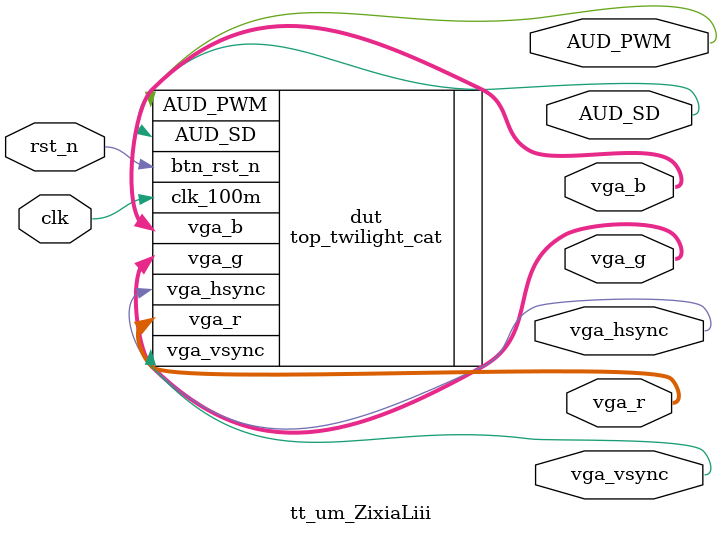
<source format=v>
`default_nettype none
`timescale 1ns / 1ps

module tt_um_ZixiaLiii (
    input  wire clk,
    input  wire rst_n,
    output wire [3:0] vga_r,
    output wire [3:0] vga_g,
    output wire [3:0] vga_b,
    output wire vga_hsync,
    output wire vga_vsync,
    output wire AUD_PWM,
    output wire AUD_SD
);

    top_twilight_cat dut (
        .clk_100m(clk),
        .btn_rst_n(rst_n),
        .vga_r(vga_r),
        .vga_g(vga_g),
        .vga_b(vga_b),
        .vga_hsync(vga_hsync),
        .vga_vsync(vga_vsync),
        .AUD_PWM(AUD_PWM),
        .AUD_SD(AUD_SD)
    );

endmodule

</source>
